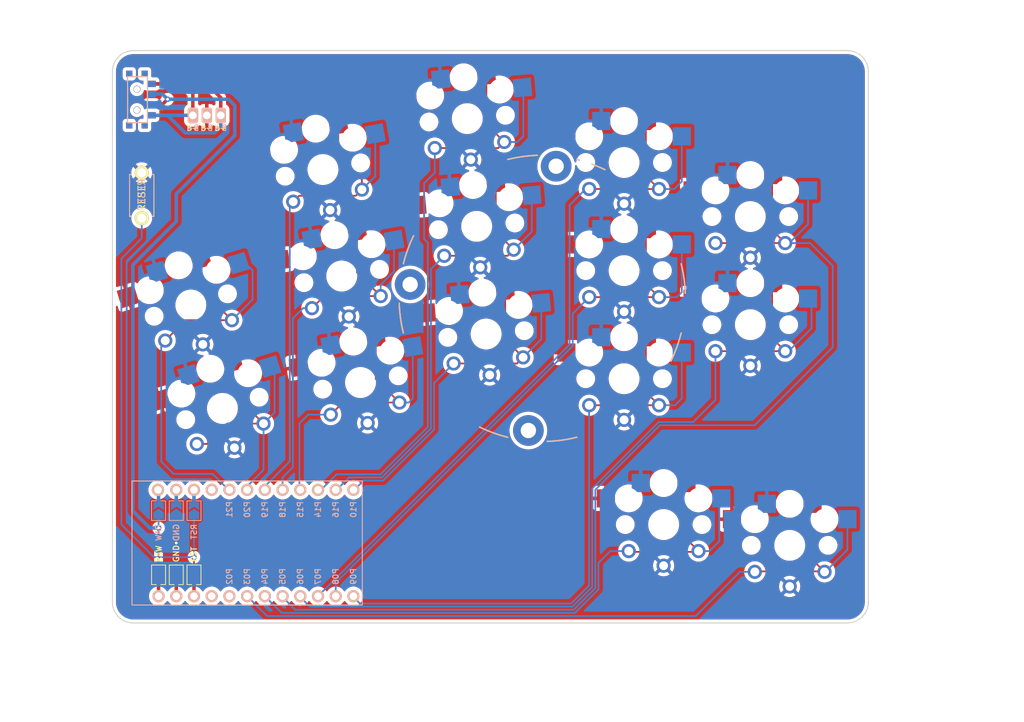
<source format=kicad_pcb>
(kicad_pcb (version 20211014) (generator pcbnew)
  (title_block (title "berylline_choc_min") (rev "v1.0.0") (company "Unknown"))
  (layers (0 "F.Cu" signal) (31 "B.Cu" signal) (34 "B.Paste" user) (35 "F.Paste" user) (36 "B.SilkS" user "B.Silkscreen") (37 "F.SilkS" user "F.Silkscreen") (38 "B.Mask" user) (39 "F.Mask" user) (44 "Edge.Cuts" user))
  (net 0 "")
  (net 1 "GND")
  (net 2 "RAW")
  (net 3 "RST")
  (net 4 "P2")
  (net 5 "P9")
  (net 6 "P8")
  (net 7 "P7")
  (net 8 "P6")
  (net 9 "P5")
  (net 10 "P4")
  (net 11 "P3")
  (net 12 "P10")
  (net 13 "P16")
  (net 14 "P14")
  (net 15 "P15")
  (net 16 "P18")
  (net 17 "P19")
  (net 18 "P20")
  (net 19 "P21")
  (net 20 "BRAW")
  (footprint "Alaa:key" (layer "F.Cu") (at 288.604922 127.96917)
    (fp_text reference "S15" hide)
    (fp_text value "" hide)
  )
  (footprint "E73:SPDT_C128955" (layer "F.Cu") (at 195.021762 64.065501 90)
    (fp_text reference "T2" hide)
    (fp_text value "" hide)
  )
  (footprint "Alaa:key" (layer "F.Cu") (at 227.070872 104.62013 10)
    (fp_text reference "S3" hide)
    (fp_text value "" hide)
  )
  (footprint "Alaa:key" (layer "F.Cu") (at 270.530975 124.990064)
    (fp_text reference "S14" hide)
    (fp_text value "" hide)
  )
  (footprint "Alaa:Tenting_Puck" (layer "F.Cu") (at 253.133642 92.560358 -6)
    (fp_text reference "REF**" hide)
    (fp_text value "Tenting Puck" hide)
  )
  (footprint "Alaa:key" (layer "F.Cu") (at 207.276192 108.339872 17)
    (fp_text reference "S1" hide)
    (fp_text value "" hide)
  )
  (footprint "Alaa:key" (layer "F.Cu") (at 245.074061 97.674062 5)
    (fp_text reference "S6" hide)
    (fp_text value "" hide)
  )
  (footprint "Alaa:key" (layer "F.Cu") (at 221.687779 74.09109 10)
    (fp_text reference "S5" hide)
    (fp_text value "" hide)
  )
  (footprint "Alaa:key" (layer "F.Cu") (at 282.962 80.832)
    (fp_text reference "S13" hide)
    (fp_text value "" hide)
  )
  (footprint "Alaa:key" (layer "F.Cu") (at 264.862 73.082)
    (fp_text reference "S11" hide)
    (fp_text value "" hide)
  )
  (footprint "Alaa:key" (layer "F.Cu") (at 282.962 96.332)
    (fp_text reference "S12" hide)
    (fp_text value "" hide)
  )
  (footprint "Alaa:key" (layer "F.Cu") (at 242.372232 66.792026 5)
    (fp_text reference "S8" hide)
    (fp_text value "" hide)
  )
  (footprint "lib:bat" (layer "F.Cu") (at 205.035346 66.324116)
    (fp_text reference "PAD1" hide)
    (fp_text value "" hide)
  )
  (footprint "Alaa:key" (layer "F.Cu") (at 264.862 104.082)
    (fp_text reference "S9" hide)
    (fp_text value "" hide)
  )
  (footprint "Alaa:key" (layer "F.Cu") (at 264.862 88.582)
    (fp_text reference "S10" hide)
    (fp_text value "" hide)
  )
  (footprint "Alaa:key" (layer "F.Cu") (at 202.744431 93.517148 17)
    (fp_text reference "S2" hide)
    (fp_text value "" hide)
  )
  (footprint "kbd:ResetSW" (layer "F.Cu") (at 195.707 77.799 90)
    (fp_text reference "B1" hide)
    (fp_text value "")
  )
  (footprint "E73:SPDT_C128955" (layer "F.Cu") (at 195.021762 64.065501 90)
    (fp_text reference "T1" hide)
    (fp_text value "" hide)
  )
  (footprint "Alaa:key" (layer "F.Cu") (at 224.379325 89.35561 10)
    (fp_text reference "S4" hide)
    (fp_text value "" hide)
  )
  (footprint "Alaa:key" (layer "F.Cu") (at 243.723147 82.233044 5)
    (fp_text reference "S7" hide)
    (fp_text value "" hide)
  )
  (footprint "Alaa:ProMicro32keys" (layer "B.Cu") (at 212.09 127.635)
    (fp_text reference "MCU1" hide)
    (fp_text value "" hide)
  )
  (gr_line (start 194.506343 57.041872) (end 296.879652 57.041872) (layer "Edge.Cuts") (width 0.15))
  (gr_arc (start 296.879652 57.041872) (mid 299.001013 57.920533) (end 299.879652 60.041872) (layer "Edge.Cuts") (width 0.15))
  (gr_line (start 296.879652 139.095899) (end 194.506343 139.095899) (layer "Edge.Cuts") (width 0.15))
  (gr_line (start 299.879652 60.041872) (end 299.879652 136.095899) (layer "Edge.Cuts") (width 0.15))
  (gr_arc (start 299.879652 136.095899) (mid 299.00097 138.217203) (end 296.879652 139.095899) (layer "Edge.Cuts") (width 0.15))
  (gr_arc (start 194.506343 139.095899) (mid 192.384995 138.217234) (end 191.506343 136.095899) (layer "Edge.Cuts") (width 0.15))
  (gr_arc (start 191.506343 60.041872) (mid 192.385035 57.920585) (end 194.506343 57.041872) (layer "Edge.Cuts") (width 0.15))
  (gr_line (start 191.506343 136.095899) (end 191.506343 60.041872) (layer "Edge.Cuts") (width 0.15))
  (segment (start 200.66 127.635) (end 200.66 131.471477) (width 0.25) (layer "F.Cu") (net 1))
  (segment (start 200.66 127.635) (end 200.66 127.254) (width 0.25) (layer "F.Cu") (net 1))
  (via (at 200.66 127.635) (size 0.8) (drill 0.4) (layers "F.Cu" "B.Cu") (net 1))
  (segment (start 200.66 123.721477) (end 200.66 127.635) (width 0.25) (layer "B.Cu") (net 1))
  (segment (start 225.403849 94.875952) (end 225.403849 95.165976) (width 0.25) (layer "B.Cu") (net 1))
  (segment (start 198.607034 64.815501) (end 199.409061 64.013474) (width 0.5) (layer "F.Cu") (net 2))
  (segment (start 197.096762 64.815501) (end 198.607034 64.815501) (width 0.5) (layer "F.Cu") (net 2))
  (segment (start 198.12 131.471477) (end 198.12 125.476) (width 0.25) (layer "F.Cu") (net 2))
  (via (at 198.12 125.476) (size 0.8) (drill 0.4) (layers "F.Cu" "B.Cu") (net 2))
  (via (at 199.409061 64.013474) (size 0.8) (drill 0.4) (layers "F.Cu" "B.Cu") (net 2))
  (segment (start 209.042 69.215) (end 209.042 64.897) (width 0.5) (layer "B.Cu") (net 2))
  (segment (start 199.414535 64.008) (end 199.409061 64.013474) (width 0.5) (layer "B.Cu") (net 2))
  (segment (start 200.66 77.597) (end 209.042 69.215) (width 0.5) (layer "B.Cu") (net 2))
  (segment (start 198.659672 63.264116) (end 199.357645 63.962089) (width 0.5) (layer "B.Cu") (net 2))
  (segment (start 196.85 125.476) (end 194.437 123.063) (width 0.5) (layer "B.Cu") (net 2))
  (segment (start 208.153 64.008) (end 199.414535 64.008) (width 0.5) (layer "B.Cu") (net 2))
  (segment (start 198.12 123.721477) (end 198.12 125.476) (width 0.25) (layer "B.Cu") (net 2))
  (segment (start 194.437 87.757) (end 200.66 81.534) (width 0.5) (layer "B.Cu") (net 2))
  (segment (start 209.042 64.897) (end 208.153 64.008) (width 0.5) (layer "B.Cu") (net 2))
  (segment (start 194.437 123.063) (end 194.437 87.757) (width 0.5) (layer "B.Cu") (net 2))
  (segment (start 198.12 125.476) (end 196.85 125.476) (width 0.5) (layer "B.Cu") (net 2))
  (segment (start 200.66 81.534) (end 200.66 77.597) (width 0.5) (layer "B.Cu") (net 2))
  (segment (start 197.045346 63.264116) (end 198.659672 63.264116) (width 0.5) (layer "B.Cu") (net 2))
  (segment (start 203.2 131.471477) (end 203.2 129.667) (width 0.25) (layer "F.Cu") (net 3))
  (via (at 203.2 129.667) (size 0.8) (drill 0.4) (layers "F.Cu" "B.Cu") (net 3))
  (segment (start 192.786 124.968) (end 192.786 86.868) (width 0.25) (layer "B.Cu") (net 3))
  (segment (start 203.2 123.721477) (end 203.2 129.667) (width 0.25) (layer "B.Cu") (net 3))
  (segment (start 195.707 83.947) (end 195.707 81.049) (width 0.25) (layer "B.Cu") (net 3))
  (segment (start 203.2 129.667) (end 197.485 129.667) (width 0.25) (layer "B.Cu") (net 3))
  (segment (start 192.786 86.868) (end 195.707 83.947) (width 0.25) (layer "B.Cu") (net 3))
  (segment (start 197.485 129.667) (end 192.786 124.968) (width 0.25) (layer "B.Cu") (net 3))
  (segment (start 267.987479 106.007479) (end 267.987479 98.281521) (width 0.25) (layer "F.Cu") (net 5))
  (segment (start 267.987479 98.281521) (end 268.136999 98.132001) (width 0.25) (layer "F.Cu") (net 5))
  (segment (start 259.862 107.882) (end 269.862 107.882) (width 0.25) (layer "F.Cu") (net 5))
  (segment (start 269.862 107.882) (end 267.987479 106.007479) (width 0.25) (layer "F.Cu") (net 5))
  (segment (start 259.842 133.731) (end 259.842 107.902) (width 0.25) (layer "B.Cu") (net 5))
  (segment (start 226.06 135.382) (end 226.9874 136.3094) (width 0.25) (layer "B.Cu") (net 5))
  (segment (start 272.169 107.882) (end 269.862 107.882) (width 0.25) (layer "B.Cu") (net 5))
  (segment (start 226.9874 136.3094) (end 257.2636 136.3094) (width 0.25) (layer "B.Cu") (net 5))
  (segment (start 273.137 100.332001) (end 273.137 106.914) (width 0.25) (layer "B.Cu") (net 5))
  (segment (start 259.842 107.902) (end 259.862 107.882) (width 0.25) (layer "B.Cu") (net 5))
  (segment (start 257.2636 136.3094) (end 259.842 133.731) (width 0.25) (layer "B.Cu") (net 5))
  (segment (start 273.137 106.914) (end 272.169 107.882) (width 0.25) (layer "B.Cu") (net 5))
  (segment (start 259.862 92.382) (end 269.862 92.382) (width 0.25) (layer "F.Cu") (net 6))
  (segment (start 267.987479 90.507479) (end 269.862 92.382) (width 0.25) (layer "F.Cu") (net 6))
  (segment (start 268.136999 82.632001) (end 267.987479 82.781521) (width 0.25) (layer "F.Cu") (net 6))
  (segment (start 267.987479 82.781521) (end 267.987479 90.507479) (width 0.25) (layer "F.Cu") (net 6))
  (segment (start 223.52 133.350718) (end 223.52 135.255) (width 0.25) (layer "B.Cu") (net 6))
  (segment (start 273.137 91.674) (end 272.429 92.382) (width 0.25) (layer "B.Cu") (net 6))
  (segment (start 257.496 99.374718) (end 223.52 133.350718) (width 0.25) (layer "B.Cu") (net 6))
  (segment (start 273.137 84.832001) (end 273.137 91.674) (width 0.25) (layer "B.Cu") (net 6))
  (segment (start 272.429 92.382) (end 269.862 92.382) (width 0.25) (layer "B.Cu") (net 6))
  (segment (start 257.496 94.748) (end 257.496 99.374718) (width 0.25) (layer "B.Cu") (net 6))
  (segment (start 259.862 92.382) (end 257.496 94.748) (width 0.25) (layer "B.Cu") (net 6))
  (segment (start 259.862 76.882) (end 269.862 76.882) (width 0.25) (layer "F.Cu") (net 7))
  (segment (start 267.987479 67.281521) (end 268.136999 67.132001) (width 0.25) (layer "F.Cu") (net 7))
  (segment (start 267.987479 75.007479) (end 267.987479 67.281521) (width 0.25) (layer "F.Cu") (net 7))
  (segment (start 269.862 76.882) (end 267.987479 75.007479) (width 0.25) (layer "F.Cu") (net 7))
  (segment (start 257.04648 79.18952) (end 259.354 76.882) (width 0.25) (layer "B.Cu") (net 7))
  (segment (start 257.04648 99.18852) (end 257.04648 79.18952) (width 0.25) (layer "B.Cu") (net 7))
  (segment (start 273.137 69.332001) (end 273.137 75.799) (width 0.25) (layer "B.Cu") (net 7))
  (segment (start 259.354 76.882) (end 259.862 76.882) (width 0.25) (layer "B.Cu") (net 7))
  (segment (start 272.054 76.882) (end 269.862 76.882) (width 0.25) (layer "B.Cu") (net 7))
  (segment (start 220.98 135.255) (end 257.04648 99.18852) (width 0.25) (layer "B.Cu") (net 7))
  (segment (start 273.137 75.799) (end 272.054 76.882) (width 0.25) (layer "B.Cu") (net 7))
  (segment (start 277.962 100.132) (end 287.962 100.132) (width 0.25) (layer "F.Cu") (net 8))
  (segment (start 286.236999 90.382001) (end 286.087479 90.531521) (width 0.25) (layer "F.Cu") (net 8))
  (segment (start 286.087479 98.257479) (end 287.962 100.132) (width 0.25) (layer "F.Cu") (net 8))
  (segment (start 286.087479 90.531521) (end 286.087479 98.257479) (width 0.25) (layer "F.Cu") (net 8))
  (segment (start 277.962 100.132) (end 277.962 107.102) (width 0.25) (layer "B.Cu") (net 8))
  (segment (start 291.737 92.582001) (end 291.737 96.857) (width 0.25) (layer "B.Cu") (net 8))
  (segment (start 219.81692 136.75892) (end 218.44 135.382) (width 0.25) (layer "B.Cu") (net 8))
  (segment (start 260.29152 133.917197) (end 257.449798 136.75892) (width 0.25) (layer "B.Cu") (net 8))
  (segment (start 274.76952 110.29448) (end 269.815086 110.29448) (width 0.25) (layer "B.Cu") (net 8))
  (segment (start 269.815086 110.29448) (end 260.29152 119.818046) (width 0.25) (layer "B.Cu") (net 8))
  (segment (start 291.737 96.857) (end 288.462 100.132) (width 0.25) (layer "B.Cu") (net 8))
  (segment (start 257.449798 136.75892) (end 219.81692 136.75892) (width 0.25) (layer "B.Cu") (net 8))
  (segment (start 277.962 107.102) (end 274.76952 110.29448) (width 0.25) (layer "B.Cu") (net 8))
  (segment (start 260.29152 119.818046) (end 260.29152 133.917197) (width 0.25) (layer "B.Cu") (net 8))
  (segment (start 286.087479 75.031521) (end 286.087479 82.757479) (width 0.25) (layer "F.Cu") (net 9))
  (segment (start 286.236999 74.882001) (end 286.087479 75.031521) (width 0.25) (layer "F.Cu") (net 9))
  (segment (start 277.962 84.632) (end 287.962 84.632) (width 0.25) (layer "F.Cu") (net 9))
  (segment (start 286.087479 82.757479) (end 287.962 84.632) (width 0.25) (layer "F.Cu") (net 9))
  (segment (start 283.599 110.744) (end 270.001283 110.744) (width 0.25) (layer "B.Cu") (net 9))
  (segment (start 291.237 81.938) (end 288.543 84.632) (width 0.25) (layer "B.Cu") (net 9))
  (segment (start 291.237 77.082001) (end 291.237 81.938) (width 0.25) (layer "B.Cu") (net 9))
  (segment (start 294.775 87.884) (end 294.775 99.568) (width 0.25) (layer "B.Cu") (net 9))
  (segment (start 270.001283 110.744) (end 260.74104 120.004243) (width 0.25) (layer "B.Cu") (net 9))
  (segment (start 287.962 84.632) (end 291.523 84.632) (width 0.25) (layer "B.Cu") (net 9))
  (segment (start 260.74104 120.004243) (end 260.74104 134.103394) (width 0.25) (layer "B.Cu") (net 9))
  (segment (start 288.543 84.632) (end 287.962 84.632) (width 0.25) (layer "B.Cu") (net 9))
  (segment (start 291.523 84.632) (end 294.775 87.884) (width 0.25) (layer "B.Cu") (net 9))
  (segment (start 217.72644 137.20844) (end 215.9 135.382) (width 0.25) (layer "B.Cu") (net 9))
  (segment (start 294.775 99.568) (end 283.599 110.744) (width 0.25) (layer "B.Cu") (net 9))
  (segment (start 257.635996 137.20844) (end 217.72644 137.20844) (width 0.25) (layer "B.Cu") (net 9))
  (segment (start 260.74104 134.103394) (end 257.635996 137.20844) (width 0.25) (layer "B.Cu") (net 9))
  (segment (start 265.645911 128.905) (end 275.416039 128.905) (width 0.25) (layer "F.Cu") (net 10))
  (segment (start 275.530975 128.790064) (end 273.177 126.436089) (width 0.25) (layer "F.Cu") (net 10))
  (segment (start 273.177 126.436089) (end 273.177 119.669039) (width 0.25) (layer "F.Cu") (net 10))
  (segment (start 275.416039 128.905) (end 275.530975 128.790064) (width 0.25) (layer "F.Cu") (net 10))
  (segment (start 273.177 119.669039) (end 273.805974 119.040065) (width 0.25) (layer "F.Cu") (net 10))
  (segment (start 265.530975 128.790064) (end 265.645911 128.905) (width 0.25) (layer "F.Cu") (net 10))
  (segment (start 215.76296 137.65796) (end 257.822194 137.65796) (width 0.25) (layer "B.Cu") (net 10))
  (segment (start 278.805975 121.240065) (end 278.511 121.53504) (width 0.25) (layer "B.Cu") (net 10))
  (segment (start 261.19056 130.47744) (end 262.877936 128.790064) (width 0.25) (layer "B.Cu") (net 10))
  (segment (start 261.19056 134.289594) (end 261.19056 130.47744) (width 0.25) (layer "B.Cu") (net 10))
  (segment (start 262.877936 128.790064) (end 265.530975 128.790064) (width 0.25) (layer "B.Cu") (net 10))
  (segment (start 257.822194 137.65796) (end 261.19056 134.289594) (width 0.25) (layer "B.Cu") (net 10))
  (segment (start 278.511 121.53504) (end 278.511 127.381) (width 0.25) (layer "B.Cu") (net 10))
  (segment (start 278.511 127.381) (end 277.101936 128.790064) (width 0.25) (layer "B.Cu") (net 10))
  (segment (start 277.101936 128.790064) (end 275.530975 128.790064) (width 0.25) (layer "B.Cu") (net 10))
  (segment (start 213.36 135.255) (end 215.76296 137.65796) (width 0.25) (layer "B.Cu") (net 10))
  (segment (start 293.534752 131.699) (end 291.211 129.375248) (width 0.25) (layer "F.Cu") (net 11))
  (segment (start 291.211 129.375248) (end 291.211 122.688092) (width 0.25) (layer "F.Cu") (net 11))
  (segment (start 283.675092 131.699) (end 293.534752 131.699) (width 0.25) (layer "F.Cu") (net 11))
  (segment (start 291.211 122.688092) (end 291.879921 122.019171) (width 0.25) (layer "F.Cu") (net 11))
  (segment (start 283.604922 131.76917) (end 283.675092 131.699) (width 0.25) (layer "F.Cu") (net 11))
  (segment (start 210.82 135.255) (end 213.67248 138.10748) (width 0.25) (layer "B.Cu") (net 11))
  (segment (start 296.879922 124.219171) (end 296.879922 128.6049) (width 0.25) (layer "B.Cu") (net 11))
  (segment (start 275.129892 138.10748) (end 275.452686 137.784686) (width 0.25) (layer "B.Cu") (net 11))
  (segment (start 213.67248 138.10748) (end 275.129892 138.10748) (width 0.25) (layer "B.Cu") (net 11))
  (segment (start 275.129893 138.10748) (end 275.452686 137.784686) (width 0.25) (layer "B.Cu") (net 11))
  (segment (start 281.468202 131.76917) (end 283.604922 131.76917) (width 0.25) (layer "B.Cu") (net 11))
  (segment (start 275.452686 137.784686) (end 281.468202 131.76917) (width 0.25) (layer "B.Cu") (net 11))
  (segment (start 296.879922 128.6049) (end 293.715652 131.76917) (width 0.25) (layer "B.Cu") (net 11))
  (segment (start 293.715652 131.76917) (end 293.604922 131.76917) (width 0.25) (layer "B.Cu") (net 11))
  (segment (start 247.818021 98.455618) (end 250.386226 101.023823) (width 0.25) (layer "F.Cu") (net 12))
  (segment (start 240.424279 101.895381) (end 249.514668 101.895381) (width 0.25) (layer "F.Cu") (net 12))
  (segment (start 249.514668 101.895381) (end 250.386226 101.023823) (width 0.25) (layer "F.Cu") (net 12))
  (segment (start 247.818021 91.46127) (end 247.818021 98.455618) (width 0.25) (layer "F.Cu") (net 12))
  (segment (start 237.62704 111.370394) (end 237.62704 104.69262) (width 0.25) (layer "B.Cu") (net 12))
  (segment (start 227.51548 118.68652) (end 230.310916 118.68652) (width 0.25) (layer "B.Cu") (net 12))
  (segment (start 226.06 120.142) (end 227.51548 118.68652) (width 0.25) (layer "B.Cu") (net 12))
  (segment (start 230.310916 118.68652) (end 237.62704 111.370394) (width 0.25) (layer "B.Cu") (net 12))
  (segment (start 252.990738 93.217119) (end 252.990738 98.419311) (width 0.25) (layer "B.Cu") (net 12))
  (segment (start 237.62704 104.69262) (end 240.424279 101.895381) (width 0.25) (layer "B.Cu") (net 12))
  (segment (start 252.990738 98.419311) (end 250.386226 101.023823) (width 0.25) (layer "B.Cu") (net 12))
  (segment (start 248.163754 86.454363) (end 249.035312 85.582805) (width 0.25) (layer "F.Cu") (net 13))
  (segment (start 246.467107 76.020252) (end 246.467107 83.0146) (width 0.25) (layer "F.Cu") (net 13))
  (segment (start 246.467107 83.0146) (end 249.035312 85.582805) (width 0.25) (layer "F.Cu") (net 13))
  (segment (start 239.073365 86.454363) (end 248.163754 86.454363) (width 0.25) (layer "F.Cu") (net 13))
  (segment (start 251.639824 82.978293) (end 251.639824 77.776101) (width 0.25) (layer "B.Cu") (net 13))
  (segment (start 249.035312 85.582805) (end 251.639824 82.978293) (width 0.25) (layer "B.Cu") (net 13))
  (segment (start 223.52 120.142) (end 225.425 118.237) (width 0.25) (layer "B.Cu") (net 13))
  (segment (start 237.17752 88.350208) (end 239.073365 86.454363) (width 0.25) (layer "B.Cu") (net 13))
  (segment (start 225.425 118.237) (end 230.124718 118.237) (width 0.25) (layer "B.Cu") (net 13))
  (segment (start 237.17752 111.184197) (end 237.17752 88.350208) (width 0.25) (layer "B.Cu") (net 13))
  (segment (start 230.124718 118.237) (end 237.17752 111.184197) (width 0.25) (layer "B.Cu") (net 13))
  (segment (start 246.812839 71.013345) (end 247.684397 70.141787) (width 0.25) (layer "F.Cu") (net 14))
  (segment (start 237.72245 71.013345) (end 246.812839 71.013345) (width 0.25) (layer "F.Cu") (net 14))
  (segment (start 245.116192 67.573582) (end 247.684397 70.141787) (width 0.25) (layer "F.Cu") (net 14))
  (segment (start 245.116192 60.579234) (end 245.116192 67.573582) (width 0.25) (layer "F.Cu") (net 14))
  (segment (start 250.412 69.309954) (end 249.580167 70.141787) (width 0.25) (layer "B.Cu") (net 14))
  (segment (start 221.28842 120.142) (end 223.64294 117.78748) (width 0.25) (layer "B.Cu") (net 14))
  (segment (start 236.728 84.582) (end 236.188 84.042) (width 0.25) (layer "B.Cu") (net 14))
  (segment (start 229.93852 117.78748) (end 236.728 110.998) (width 0.25) (layer "B.Cu") (net 14))
  (segment (start 220.98 120.142) (end 221.28842 120.142) (width 0.25) (layer "B.Cu") (net 14))
  (segment (start 250.288909 62.335083) (end 250.288909 62.360909) (width 0.25) (layer "B.Cu") (net 14))
  (segment (start 250.288909 62.360909) (end 250.412 62.484) (width 0.25) (layer "B.Cu") (net 14))
  (segment (start 236.188 84.042) (end 236.188 76.073) (width 0.25) (layer "B.Cu") (net 14))
  (segment (start 249.580167 70.141787) (end 247.684397 70.141787) (width 0.25) (layer "B.Cu") (net 14))
  (segment (start 250.412 62.484) (end 250.412 69.309954) (width 0.25) (layer "B.Cu") (net 14))
  (segment (start 236.188 76.073) (end 237.72245 74.53855) (width 0.25) (layer "B.Cu") (net 14))
  (segment (start 223.64294 117.78748) (end 229.93852 117.78748) (width 0.25) (layer "B.Cu") (net 14))
  (segment (start 236.728 110.998) (end 236.728 84.582) (width 0.25) (layer "B.Cu") (net 14))
  (segment (start 237.72245 74.53855) (end 237.72245 71.013345) (width 0.25) (layer "B.Cu") (net 14))
  (segment (start 222.806696 109.23064) (end 224.543177 107.494159) (width 0.25) (layer "F.Cu") (net 15))
  (segment (start 229.26291 104.102295) (end 229.26291 98.191827) (width 0.25) (layer "F.Cu") (net 15))
  (segment (start 224.543177 107.494159) (end 232.654774 107.494159) (width 0.25) (layer "F.Cu") (net 15))
  (segment (start 232.654774 107.494159) (end 229.26291 104.102295) (width 0.25) (layer "F.Cu") (net 15))
  (segment (start 218.313 120.015) (end 218.313 110.49) (width 0.25) (layer "B.Cu") (net 15))
  (segment (start 234.568976 99.490163) (end 234.568976 106.914024) (width 0.25) (layer "B.Cu") (net 15))
  (segment (start 218.313 110.49) (end 219.57236 109.23064) (width 0.25) (layer "B.Cu") (net 15))
  (segment (start 234.568976 106.914024) (end 233.988841 107.494159) (width 0.25) (layer "B.Cu") (net 15))
  (segment (start 233.988841 107.494159) (end 232.654774 107.494159) (width 0.25) (layer "B.Cu") (net 15))
  (segment (start 219.57236 109.23064) (end 222.806696 109.23064) (width 0.25) (layer "B.Cu") (net 15))
  (segment (start 226.571363 82.927307) (end 226.571363 88.837775) (width 0.25) (layer "F.Cu") (net 16))
  (segment (start 229.963227 92.229639) (end 221.85163 92.229639) (width 0.25) (layer "F.Cu") (net 16))
  (segment (start 221.85163 92.229639) (end 220.115149 93.96612) (width 0.25) (layer "F.Cu") (net 16))
  (segment (start 226.571363 88.837775) (end 229.963227 92.229639) (width 0.25) (layer "F.Cu") (net 16))
  (segment (start 218.83488 93.96612) (end 220.115149 93.96612) (width 0.25) (layer "B.Cu") (net 16))
  (segment (start 217.379105 95.421895) (end 218.83488 93.96612) (width 0.25) (layer "B.Cu") (net 16))
  (segment (start 215.9 118.237718) (end 217.379105 116.758613) (width 0.25) (layer "B.Cu") (net 16))
  (segment (start 231.877429 84.225643) (end 231.877429 88.670571) (width 0.25) (layer "B.Cu") (net 16))
  (segment (start 215.9 120.142) (end 215.9 118.237718) (width 0.25) (layer "B.Cu") (net 16))
  (segment (start 229.963227 90.584773) (end 229.963227 92.229639) (width 0.25) (layer "B.Cu") (net 16))
  (segment (start 231.877429 88.670571) (end 229.963227 90.584773) (width 0.25) (layer "B.Cu") (net 16))
  (segment (start 217.379105 116.758613) (end 217.379105 95.421895) (width 0.25) (layer "B.Cu") (net 16))
  (segment (start 217.423603 78.7016) (end 218.274203 77.851) (width 0.25) (layer "F.Cu") (net 17))
  (segment (start 227.271681 76.965119) (end 227.271681 75.528279) (width 0.25) (layer "F.Cu") (net 17))
  (segment (start 218.274203 77.851) (end 226.3858 77.851) (width 0.25) (layer "F.Cu") (net 17))
  (segment (start 227.271681 75.528279) (end 223.879817 72.136415) (width 0.25) (layer "F.Cu") (net 17))
  (segment (start 226.3858 77.851) (end 227.271681 76.965119) (width 0.25) (layer "F.Cu") (net 17))
  (segment (start 223.879817 72.136415) (end 223.879817 67.662787) (width 0.25) (layer "F.Cu") (net 17))
  (segment (start 213.36 120.142) (end 213.36 119.507) (width 0.25) (layer "B.Cu") (net 17))
  (segment (start 216.929585 79.195618) (end 217.423603 78.7016) (width 0.25) (layer "B.Cu") (net 17))
  (segment (start 213.36 119.507) (end 216.929585 115.937415) (width 0.25) (layer "B.Cu") (net 17))
  (segment (start 216.929585 115.937415) (end 216.929585 79.195618) (width 0.25) (layer "B.Cu") (net 17))
  (segment (start 229.185883 75.050917) (end 227.271681 76.965119) (width 0.25) (layer "B.Cu") (net 17))
  (segment (start 229.185883 68.961123) (end 229.185883 75.050917) (width 0.25) (layer "B.Cu") (net 17))
  (segment (start 203.605681 113.435689) (end 205.042521 113.435689) (width 0.25) (layer "F.Cu") (net 18))
  (segment (start 207.966238 110.511972) (end 213.168728 110.511972) (width 0.25) (layer "F.Cu") (net 18))
  (segment (start 208.668478 106.011722) (end 208.668478 101.692343) (width 0.25) (layer "F.Cu") (net 18))
  (segment (start 213.168728 110.511972) (end 208.668478 106.011722) (width 0.25) (layer "F.Cu") (net 18))
  (segment (start 205.042521 113.435689) (end 207.966238 110.511972) (width 0.25) (layer "F.Cu") (net 18))
  (segment (start 211.074 119.634) (end 211.074 119.253) (width 0.25) (layer "B.Cu") (net 18))
  (segment (start 213.168728 110.511972) (end 214.757 108.9237) (width 0.25) (layer "B.Cu") (net 18))
  (segment (start 214.757 108.9237) (end 214.757 102.670574) (width 0.25) (layer "B.Cu") (net 18))
  (segment (start 211.074 119.253) (end 213.168728 117.158272) (width 0.25) (layer "B.Cu") (net 18))
  (segment (start 213.168728 117.158272) (end 213.168728 110.511972) (width 0.25) (layer "B.Cu") (net 18))
  (segment (start 204.136717 91.188998) (end 204.136717 86.869619) (width 0.25) (layer "F.Cu") (net 19))
  (segment (start 199.07392 98.612965) (end 201.997637 95.689248) (width 0.25) (layer "F.Cu") (net 19))
  (segment (start 201.997637 95.689248) (end 208.636967 95.689248) (width 0.25) (layer "F.Cu") (net 19))
  (segment (start 208.636967 95.689248) (end 204.136717 91.188998) (width 0.25) (layer "F.Cu") (net 19))
  (segment (start 210.561459 87.51163) (end 211.602561 88.552732) (width 0.25) (layer "B.Cu") (net 19))
  (segment (start 208.28 120.142) (end 205.867 117.729) (width 0.25) (layer "B.Cu") (net 19))
  (segment (start 205.867 117.729) (end 200.279 117.729) (width 0.25) (layer "B.Cu") (net 19))
  (segment (start 198.501 99.185885) (end 199.07392 98.612965) (width 0.25) (layer "B.Cu") (net 19))
  (segment (start 211.602561 88.552732) (end 211.602561 92.723654) (width 0.25) (layer "B.Cu") (net 19))
  (segment (start 200.279 117.729) (end 198.501 115.951) (width 0.25) (layer "B.Cu") (net 19))
  (segment (start 211.602561 92.723654) (end 208.636967 95.689248) (width 0.25) (layer "B.Cu") (net 19))
  (segment (start 198.501 115.951) (end 198.501 99.185885) (width 0.25) (layer "B.Cu") (net 19))
  (segment (start 203.035346 63.202816) (end 203.035346 66.324116) (width 0.5) (layer "F.Cu") (net 20))
  (segment (start 197.096762 61.815501) (end 205.066731 61.815501) (width 0.5) (layer "F.Cu") (net 20))
  (segment (start 197.096762 61.815501) (end 201.648031 61.815501) (width 0.5) (layer "F.Cu") (net 20))
  (segment (start 207.035346 63.784116) (end 207.035346 66.324116) (width 0.5) (layer "F.Cu") (net 20))
  (segment (start 201.648031 61.815501) (end 203.035346 63.202816) (width 0.5) (layer "F.Cu") (net 20))
  (segment (start 205.066731 61.815501) (end 207.035346 63.784116) (width 0.5) (layer "F.Cu") (net 20))
  (segment (start 197.096762 66.315501) (end 203.026731 66.315501) (width 0.5) (layer "B.Cu") (net 20))
  (segment (start 203.026731 66.315501) (end 203.035346 66.324116) (width 0.5) (layer "B.Cu") (net 20))
  (segment (start 201.93 68.834) (end 206.121 68.834) (width 0.5) (layer "B.Cu") (net 20))
  (segment (start 199.411501 66.315501) (end 201.93 68.834) (width 0.5) (layer "B.Cu") (net 20))
  (segment (start 206.121 68.834) (end 207.035346 67.919654) (width 0.5) (layer "B.Cu") (net 20))
  (segment (start 197.096762 66.315501) (end 199.411501 66.315501) (width 0.5) (layer "B.Cu") (net 20))
  (segment (start 207.035346 67.919654) (end 207.035346 66.324116) (width 0.5) (layer "B.Cu") (net 20))
  (zone (net 1) (net_name "GND") (layers F&B.Cu) (connect_pads (clearance 0.508)) (min_thickness 0.254) (fill yes (thermal_gap 0.508) (thermal_bridge_width 0.508) (island_removal_mode 1) (island_area_min 0))
    (polygon (pts (xy 322.199 50.038) (xy 313.309 152.273) (xy 175.387 153.289) (xy 179.197 49.784)))
  )
)
</source>
